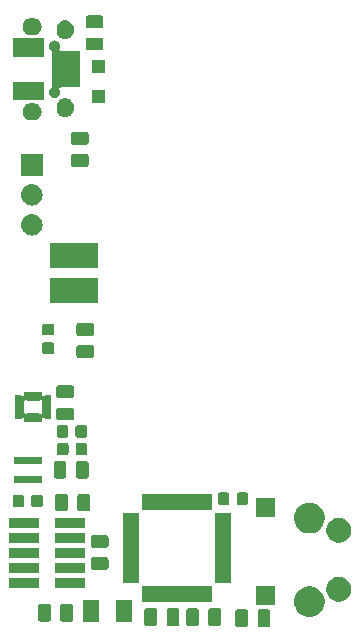
<source format=gbr>
G04 #@! TF.GenerationSoftware,KiCad,Pcbnew,(5.0.1)-rc2*
G04 #@! TF.CreationDate,2019-03-21T01:05:14-07:00*
G04 #@! TF.ProjectId,littlebeepboop,6C6974746C6562656570626F6F702E6B,rev?*
G04 #@! TF.SameCoordinates,Original*
G04 #@! TF.FileFunction,Soldermask,Top*
G04 #@! TF.FilePolarity,Negative*
%FSLAX46Y46*%
G04 Gerber Fmt 4.6, Leading zero omitted, Abs format (unit mm)*
G04 Created by KiCad (PCBNEW (5.0.1)-rc2) date 3/21/2019 1:05:14 AM*
%MOMM*%
%LPD*%
G01*
G04 APERTURE LIST*
%ADD10C,0.100000*%
G04 APERTURE END LIST*
D10*
G36*
X179284966Y-138191565D02*
X179323637Y-138203296D01*
X179359279Y-138222348D01*
X179390517Y-138247983D01*
X179416152Y-138279221D01*
X179435204Y-138314863D01*
X179446935Y-138353534D01*
X179451500Y-138399888D01*
X179451500Y-139476112D01*
X179446935Y-139522466D01*
X179435204Y-139561137D01*
X179416152Y-139596779D01*
X179390517Y-139628017D01*
X179359279Y-139653652D01*
X179323637Y-139672704D01*
X179284966Y-139684435D01*
X179238612Y-139689000D01*
X178587388Y-139689000D01*
X178541034Y-139684435D01*
X178502363Y-139672704D01*
X178466721Y-139653652D01*
X178435483Y-139628017D01*
X178409848Y-139596779D01*
X178390796Y-139561137D01*
X178379065Y-139522466D01*
X178374500Y-139476112D01*
X178374500Y-138399888D01*
X178379065Y-138353534D01*
X178390796Y-138314863D01*
X178409848Y-138279221D01*
X178435483Y-138247983D01*
X178466721Y-138222348D01*
X178502363Y-138203296D01*
X178541034Y-138191565D01*
X178587388Y-138187000D01*
X179238612Y-138187000D01*
X179284966Y-138191565D01*
X179284966Y-138191565D01*
G37*
G36*
X177409966Y-138191565D02*
X177448637Y-138203296D01*
X177484279Y-138222348D01*
X177515517Y-138247983D01*
X177541152Y-138279221D01*
X177560204Y-138314863D01*
X177571935Y-138353534D01*
X177576500Y-138399888D01*
X177576500Y-139476112D01*
X177571935Y-139522466D01*
X177560204Y-139561137D01*
X177541152Y-139596779D01*
X177515517Y-139628017D01*
X177484279Y-139653652D01*
X177448637Y-139672704D01*
X177409966Y-139684435D01*
X177363612Y-139689000D01*
X176712388Y-139689000D01*
X176666034Y-139684435D01*
X176627363Y-139672704D01*
X176591721Y-139653652D01*
X176560483Y-139628017D01*
X176534848Y-139596779D01*
X176515796Y-139561137D01*
X176504065Y-139522466D01*
X176499500Y-139476112D01*
X176499500Y-138399888D01*
X176504065Y-138353534D01*
X176515796Y-138314863D01*
X176534848Y-138279221D01*
X176560483Y-138247983D01*
X176591721Y-138222348D01*
X176627363Y-138203296D01*
X176666034Y-138191565D01*
X176712388Y-138187000D01*
X177363612Y-138187000D01*
X177409966Y-138191565D01*
X177409966Y-138191565D01*
G37*
G36*
X175119466Y-138103565D02*
X175158137Y-138115296D01*
X175193779Y-138134348D01*
X175225017Y-138159983D01*
X175250652Y-138191221D01*
X175269704Y-138226863D01*
X175281435Y-138265534D01*
X175286000Y-138311888D01*
X175286000Y-139388112D01*
X175281435Y-139434466D01*
X175269704Y-139473137D01*
X175250652Y-139508779D01*
X175225017Y-139540017D01*
X175193779Y-139565652D01*
X175158137Y-139584704D01*
X175119466Y-139596435D01*
X175073112Y-139601000D01*
X174421888Y-139601000D01*
X174375534Y-139596435D01*
X174336863Y-139584704D01*
X174301221Y-139565652D01*
X174269983Y-139540017D01*
X174244348Y-139508779D01*
X174225296Y-139473137D01*
X174213565Y-139434466D01*
X174209000Y-139388112D01*
X174209000Y-138311888D01*
X174213565Y-138265534D01*
X174225296Y-138226863D01*
X174244348Y-138191221D01*
X174269983Y-138159983D01*
X174301221Y-138134348D01*
X174336863Y-138115296D01*
X174375534Y-138103565D01*
X174421888Y-138099000D01*
X175073112Y-138099000D01*
X175119466Y-138103565D01*
X175119466Y-138103565D01*
G37*
G36*
X171581966Y-138103565D02*
X171620637Y-138115296D01*
X171656279Y-138134348D01*
X171687517Y-138159983D01*
X171713152Y-138191221D01*
X171732204Y-138226863D01*
X171743935Y-138265534D01*
X171748500Y-138311888D01*
X171748500Y-139388112D01*
X171743935Y-139434466D01*
X171732204Y-139473137D01*
X171713152Y-139508779D01*
X171687517Y-139540017D01*
X171656279Y-139565652D01*
X171620637Y-139584704D01*
X171581966Y-139596435D01*
X171535612Y-139601000D01*
X170884388Y-139601000D01*
X170838034Y-139596435D01*
X170799363Y-139584704D01*
X170763721Y-139565652D01*
X170732483Y-139540017D01*
X170706848Y-139508779D01*
X170687796Y-139473137D01*
X170676065Y-139434466D01*
X170671500Y-139388112D01*
X170671500Y-138311888D01*
X170676065Y-138265534D01*
X170687796Y-138226863D01*
X170706848Y-138191221D01*
X170732483Y-138159983D01*
X170763721Y-138134348D01*
X170799363Y-138115296D01*
X170838034Y-138103565D01*
X170884388Y-138099000D01*
X171535612Y-138099000D01*
X171581966Y-138103565D01*
X171581966Y-138103565D01*
G37*
G36*
X169706966Y-138103565D02*
X169745637Y-138115296D01*
X169781279Y-138134348D01*
X169812517Y-138159983D01*
X169838152Y-138191221D01*
X169857204Y-138226863D01*
X169868935Y-138265534D01*
X169873500Y-138311888D01*
X169873500Y-139388112D01*
X169868935Y-139434466D01*
X169857204Y-139473137D01*
X169838152Y-139508779D01*
X169812517Y-139540017D01*
X169781279Y-139565652D01*
X169745637Y-139584704D01*
X169706966Y-139596435D01*
X169660612Y-139601000D01*
X169009388Y-139601000D01*
X168963034Y-139596435D01*
X168924363Y-139584704D01*
X168888721Y-139565652D01*
X168857483Y-139540017D01*
X168831848Y-139508779D01*
X168812796Y-139473137D01*
X168801065Y-139434466D01*
X168796500Y-139388112D01*
X168796500Y-138311888D01*
X168801065Y-138265534D01*
X168812796Y-138226863D01*
X168831848Y-138191221D01*
X168857483Y-138159983D01*
X168888721Y-138134348D01*
X168924363Y-138115296D01*
X168963034Y-138103565D01*
X169009388Y-138099000D01*
X169660612Y-138099000D01*
X169706966Y-138103565D01*
X169706966Y-138103565D01*
G37*
G36*
X173244466Y-138103565D02*
X173283137Y-138115296D01*
X173318779Y-138134348D01*
X173350017Y-138159983D01*
X173375652Y-138191221D01*
X173394704Y-138226863D01*
X173406435Y-138265534D01*
X173411000Y-138311888D01*
X173411000Y-139388112D01*
X173406435Y-139434466D01*
X173394704Y-139473137D01*
X173375652Y-139508779D01*
X173350017Y-139540017D01*
X173318779Y-139565652D01*
X173283137Y-139584704D01*
X173244466Y-139596435D01*
X173198112Y-139601000D01*
X172546888Y-139601000D01*
X172500534Y-139596435D01*
X172461863Y-139584704D01*
X172426221Y-139565652D01*
X172394983Y-139540017D01*
X172369348Y-139508779D01*
X172350296Y-139473137D01*
X172338565Y-139434466D01*
X172334000Y-139388112D01*
X172334000Y-138311888D01*
X172338565Y-138265534D01*
X172350296Y-138226863D01*
X172369348Y-138191221D01*
X172394983Y-138159983D01*
X172426221Y-138134348D01*
X172461863Y-138115296D01*
X172500534Y-138103565D01*
X172546888Y-138099000D01*
X173198112Y-138099000D01*
X173244466Y-138103565D01*
X173244466Y-138103565D01*
G37*
G36*
X167771000Y-139281000D02*
X166369000Y-139281000D01*
X166369000Y-137379000D01*
X167771000Y-137379000D01*
X167771000Y-139281000D01*
X167771000Y-139281000D01*
G37*
G36*
X164971000Y-139281000D02*
X163569000Y-139281000D01*
X163569000Y-137379000D01*
X164971000Y-137379000D01*
X164971000Y-139281000D01*
X164971000Y-139281000D01*
G37*
G36*
X160711966Y-137733565D02*
X160750637Y-137745296D01*
X160786279Y-137764348D01*
X160817517Y-137789983D01*
X160843152Y-137821221D01*
X160862204Y-137856863D01*
X160873935Y-137895534D01*
X160878500Y-137941888D01*
X160878500Y-139018112D01*
X160873935Y-139064466D01*
X160862204Y-139103137D01*
X160843152Y-139138779D01*
X160817517Y-139170017D01*
X160786279Y-139195652D01*
X160750637Y-139214704D01*
X160711966Y-139226435D01*
X160665612Y-139231000D01*
X160014388Y-139231000D01*
X159968034Y-139226435D01*
X159929363Y-139214704D01*
X159893721Y-139195652D01*
X159862483Y-139170017D01*
X159836848Y-139138779D01*
X159817796Y-139103137D01*
X159806065Y-139064466D01*
X159801500Y-139018112D01*
X159801500Y-137941888D01*
X159806065Y-137895534D01*
X159817796Y-137856863D01*
X159836848Y-137821221D01*
X159862483Y-137789983D01*
X159893721Y-137764348D01*
X159929363Y-137745296D01*
X159968034Y-137733565D01*
X160014388Y-137729000D01*
X160665612Y-137729000D01*
X160711966Y-137733565D01*
X160711966Y-137733565D01*
G37*
G36*
X162586966Y-137733565D02*
X162625637Y-137745296D01*
X162661279Y-137764348D01*
X162692517Y-137789983D01*
X162718152Y-137821221D01*
X162737204Y-137856863D01*
X162748935Y-137895534D01*
X162753500Y-137941888D01*
X162753500Y-139018112D01*
X162748935Y-139064466D01*
X162737204Y-139103137D01*
X162718152Y-139138779D01*
X162692517Y-139170017D01*
X162661279Y-139195652D01*
X162625637Y-139214704D01*
X162586966Y-139226435D01*
X162540612Y-139231000D01*
X161889388Y-139231000D01*
X161843034Y-139226435D01*
X161804363Y-139214704D01*
X161768721Y-139195652D01*
X161737483Y-139170017D01*
X161711848Y-139138779D01*
X161692796Y-139103137D01*
X161681065Y-139064466D01*
X161676500Y-139018112D01*
X161676500Y-137941888D01*
X161681065Y-137895534D01*
X161692796Y-137856863D01*
X161711848Y-137821221D01*
X161737483Y-137789983D01*
X161768721Y-137764348D01*
X161804363Y-137745296D01*
X161843034Y-137733565D01*
X161889388Y-137729000D01*
X162540612Y-137729000D01*
X162586966Y-137733565D01*
X162586966Y-137733565D01*
G37*
G36*
X183139485Y-136278996D02*
X183139487Y-136278997D01*
X183139488Y-136278997D01*
X183376255Y-136377069D01*
X183589342Y-136519449D01*
X183770551Y-136700658D01*
X183912931Y-136913745D01*
X184011004Y-137150515D01*
X184061000Y-137401861D01*
X184061000Y-137658139D01*
X184028561Y-137821221D01*
X184011003Y-137909488D01*
X183925755Y-138115296D01*
X183912931Y-138146255D01*
X183770551Y-138359342D01*
X183589342Y-138540551D01*
X183589339Y-138540553D01*
X183376255Y-138682931D01*
X183139488Y-138781003D01*
X183139487Y-138781003D01*
X183139485Y-138781004D01*
X182888139Y-138831000D01*
X182631861Y-138831000D01*
X182380515Y-138781004D01*
X182380513Y-138781003D01*
X182380512Y-138781003D01*
X182143745Y-138682931D01*
X181930661Y-138540553D01*
X181930658Y-138540551D01*
X181749449Y-138359342D01*
X181607069Y-138146255D01*
X181594245Y-138115296D01*
X181508997Y-137909488D01*
X181491440Y-137821221D01*
X181459000Y-137658139D01*
X181459000Y-137401861D01*
X181508996Y-137150515D01*
X181607069Y-136913745D01*
X181749449Y-136700658D01*
X181930658Y-136519449D01*
X182143745Y-136377069D01*
X182380512Y-136278997D01*
X182380513Y-136278997D01*
X182380515Y-136278996D01*
X182631861Y-136229000D01*
X182888139Y-136229000D01*
X183139485Y-136278996D01*
X183139485Y-136278996D01*
G37*
G36*
X179847000Y-137803000D02*
X178245000Y-137803000D01*
X178245000Y-136201000D01*
X179847000Y-136201000D01*
X179847000Y-137803000D01*
X179847000Y-137803000D01*
G37*
G36*
X185566565Y-135479389D02*
X185757834Y-135558615D01*
X185929976Y-135673637D01*
X186076363Y-135820024D01*
X186191385Y-135992166D01*
X186270611Y-136183435D01*
X186311000Y-136386484D01*
X186311000Y-136593516D01*
X186270611Y-136796565D01*
X186191385Y-136987834D01*
X186076363Y-137159976D01*
X185929976Y-137306363D01*
X185757834Y-137421385D01*
X185566565Y-137500611D01*
X185363516Y-137541000D01*
X185156484Y-137541000D01*
X184953435Y-137500611D01*
X184762166Y-137421385D01*
X184590024Y-137306363D01*
X184443637Y-137159976D01*
X184328615Y-136987834D01*
X184249389Y-136796565D01*
X184209000Y-136593516D01*
X184209000Y-136386484D01*
X184249389Y-136183435D01*
X184328615Y-135992166D01*
X184443637Y-135820024D01*
X184590024Y-135673637D01*
X184762166Y-135558615D01*
X184953435Y-135479389D01*
X185156484Y-135439000D01*
X185363516Y-135439000D01*
X185566565Y-135479389D01*
X185566565Y-135479389D01*
G37*
G36*
X174516000Y-137531000D02*
X168564000Y-137531000D01*
X168564000Y-136179000D01*
X174516000Y-136179000D01*
X174516000Y-137531000D01*
X174516000Y-137531000D01*
G37*
G36*
X163751000Y-136391000D02*
X161249000Y-136391000D01*
X161249000Y-135549000D01*
X163751000Y-135549000D01*
X163751000Y-136391000D01*
X163751000Y-136391000D01*
G37*
G36*
X159851000Y-136391000D02*
X157349000Y-136391000D01*
X157349000Y-135549000D01*
X159851000Y-135549000D01*
X159851000Y-136391000D01*
X159851000Y-136391000D01*
G37*
G36*
X176091000Y-135956000D02*
X174739000Y-135956000D01*
X174739000Y-130004000D01*
X176091000Y-130004000D01*
X176091000Y-135956000D01*
X176091000Y-135956000D01*
G37*
G36*
X168341000Y-135956000D02*
X166989000Y-135956000D01*
X166989000Y-130004000D01*
X168341000Y-130004000D01*
X168341000Y-135956000D01*
X168341000Y-135956000D01*
G37*
G36*
X159851000Y-135121000D02*
X157349000Y-135121000D01*
X157349000Y-134279000D01*
X159851000Y-134279000D01*
X159851000Y-135121000D01*
X159851000Y-135121000D01*
G37*
G36*
X163751000Y-135121000D02*
X161249000Y-135121000D01*
X161249000Y-134279000D01*
X163751000Y-134279000D01*
X163751000Y-135121000D01*
X163751000Y-135121000D01*
G37*
G36*
X165594466Y-133776065D02*
X165633137Y-133787796D01*
X165668779Y-133806848D01*
X165700017Y-133832483D01*
X165725652Y-133863721D01*
X165744704Y-133899363D01*
X165756435Y-133938034D01*
X165761000Y-133984388D01*
X165761000Y-134635612D01*
X165756435Y-134681966D01*
X165744704Y-134720637D01*
X165725652Y-134756279D01*
X165700017Y-134787517D01*
X165668779Y-134813152D01*
X165633137Y-134832204D01*
X165594466Y-134843935D01*
X165548112Y-134848500D01*
X164471888Y-134848500D01*
X164425534Y-134843935D01*
X164386863Y-134832204D01*
X164351221Y-134813152D01*
X164319983Y-134787517D01*
X164294348Y-134756279D01*
X164275296Y-134720637D01*
X164263565Y-134681966D01*
X164259000Y-134635612D01*
X164259000Y-133984388D01*
X164263565Y-133938034D01*
X164275296Y-133899363D01*
X164294348Y-133863721D01*
X164319983Y-133832483D01*
X164351221Y-133806848D01*
X164386863Y-133787796D01*
X164425534Y-133776065D01*
X164471888Y-133771500D01*
X165548112Y-133771500D01*
X165594466Y-133776065D01*
X165594466Y-133776065D01*
G37*
G36*
X159851000Y-133851000D02*
X157349000Y-133851000D01*
X157349000Y-133009000D01*
X159851000Y-133009000D01*
X159851000Y-133851000D01*
X159851000Y-133851000D01*
G37*
G36*
X163751000Y-133851000D02*
X161249000Y-133851000D01*
X161249000Y-133009000D01*
X163751000Y-133009000D01*
X163751000Y-133851000D01*
X163751000Y-133851000D01*
G37*
G36*
X165594466Y-131901065D02*
X165633137Y-131912796D01*
X165668779Y-131931848D01*
X165700017Y-131957483D01*
X165725652Y-131988721D01*
X165744704Y-132024363D01*
X165756435Y-132063034D01*
X165761000Y-132109388D01*
X165761000Y-132760612D01*
X165756435Y-132806966D01*
X165744704Y-132845637D01*
X165725652Y-132881279D01*
X165700017Y-132912517D01*
X165668779Y-132938152D01*
X165633137Y-132957204D01*
X165594466Y-132968935D01*
X165548112Y-132973500D01*
X164471888Y-132973500D01*
X164425534Y-132968935D01*
X164386863Y-132957204D01*
X164351221Y-132938152D01*
X164319983Y-132912517D01*
X164294348Y-132881279D01*
X164275296Y-132845637D01*
X164263565Y-132806966D01*
X164259000Y-132760612D01*
X164259000Y-132109388D01*
X164263565Y-132063034D01*
X164275296Y-132024363D01*
X164294348Y-131988721D01*
X164319983Y-131957483D01*
X164351221Y-131931848D01*
X164386863Y-131912796D01*
X164425534Y-131901065D01*
X164471888Y-131896500D01*
X165548112Y-131896500D01*
X165594466Y-131901065D01*
X165594466Y-131901065D01*
G37*
G36*
X163751000Y-132581000D02*
X161249000Y-132581000D01*
X161249000Y-131739000D01*
X163751000Y-131739000D01*
X163751000Y-132581000D01*
X163751000Y-132581000D01*
G37*
G36*
X159851000Y-132581000D02*
X157349000Y-132581000D01*
X157349000Y-131739000D01*
X159851000Y-131739000D01*
X159851000Y-132581000D01*
X159851000Y-132581000D01*
G37*
G36*
X185566565Y-130479389D02*
X185757834Y-130558615D01*
X185929976Y-130673637D01*
X186076363Y-130820024D01*
X186191385Y-130992166D01*
X186270611Y-131183435D01*
X186311000Y-131386484D01*
X186311000Y-131593516D01*
X186270611Y-131796565D01*
X186191385Y-131987834D01*
X186076363Y-132159976D01*
X185929976Y-132306363D01*
X185757834Y-132421385D01*
X185566565Y-132500611D01*
X185363516Y-132541000D01*
X185156484Y-132541000D01*
X184953435Y-132500611D01*
X184762166Y-132421385D01*
X184590024Y-132306363D01*
X184443637Y-132159976D01*
X184328615Y-131987834D01*
X184249389Y-131796565D01*
X184209000Y-131593516D01*
X184209000Y-131386484D01*
X184249389Y-131183435D01*
X184328615Y-130992166D01*
X184443637Y-130820024D01*
X184590024Y-130673637D01*
X184762166Y-130558615D01*
X184953435Y-130479389D01*
X185156484Y-130439000D01*
X185363516Y-130439000D01*
X185566565Y-130479389D01*
X185566565Y-130479389D01*
G37*
G36*
X183139485Y-129198996D02*
X183139487Y-129198997D01*
X183139488Y-129198997D01*
X183222952Y-129233569D01*
X183376255Y-129297069D01*
X183589342Y-129439449D01*
X183770551Y-129620658D01*
X183912931Y-129833745D01*
X184011004Y-130070515D01*
X184061000Y-130321861D01*
X184061000Y-130578139D01*
X184011004Y-130829485D01*
X183912931Y-131066255D01*
X183770551Y-131279342D01*
X183589342Y-131460551D01*
X183589339Y-131460553D01*
X183376255Y-131602931D01*
X183139488Y-131701003D01*
X183139487Y-131701003D01*
X183139485Y-131701004D01*
X182888139Y-131751000D01*
X182631861Y-131751000D01*
X182380515Y-131701004D01*
X182380513Y-131701003D01*
X182380512Y-131701003D01*
X182143745Y-131602931D01*
X181930661Y-131460553D01*
X181930658Y-131460551D01*
X181749449Y-131279342D01*
X181607069Y-131066255D01*
X181508996Y-130829485D01*
X181459000Y-130578139D01*
X181459000Y-130321861D01*
X181508996Y-130070515D01*
X181607069Y-129833745D01*
X181749449Y-129620658D01*
X181930658Y-129439449D01*
X182143745Y-129297069D01*
X182297048Y-129233569D01*
X182380512Y-129198997D01*
X182380513Y-129198997D01*
X182380515Y-129198996D01*
X182631861Y-129149000D01*
X182888139Y-129149000D01*
X183139485Y-129198996D01*
X183139485Y-129198996D01*
G37*
G36*
X159851000Y-131311000D02*
X157349000Y-131311000D01*
X157349000Y-130469000D01*
X159851000Y-130469000D01*
X159851000Y-131311000D01*
X159851000Y-131311000D01*
G37*
G36*
X163751000Y-131311000D02*
X161249000Y-131311000D01*
X161249000Y-130469000D01*
X163751000Y-130469000D01*
X163751000Y-131311000D01*
X163751000Y-131311000D01*
G37*
G36*
X179847000Y-130403000D02*
X178245000Y-130403000D01*
X178245000Y-128801000D01*
X179847000Y-128801000D01*
X179847000Y-130403000D01*
X179847000Y-130403000D01*
G37*
G36*
X162154466Y-128403565D02*
X162193137Y-128415296D01*
X162228779Y-128434348D01*
X162260017Y-128459983D01*
X162285652Y-128491221D01*
X162304704Y-128526863D01*
X162316435Y-128565534D01*
X162321000Y-128611888D01*
X162321000Y-129688112D01*
X162316435Y-129734466D01*
X162304704Y-129773137D01*
X162285652Y-129808779D01*
X162260017Y-129840017D01*
X162228779Y-129865652D01*
X162193137Y-129884704D01*
X162154466Y-129896435D01*
X162108112Y-129901000D01*
X161456888Y-129901000D01*
X161410534Y-129896435D01*
X161371863Y-129884704D01*
X161336221Y-129865652D01*
X161304983Y-129840017D01*
X161279348Y-129808779D01*
X161260296Y-129773137D01*
X161248565Y-129734466D01*
X161244000Y-129688112D01*
X161244000Y-128611888D01*
X161248565Y-128565534D01*
X161260296Y-128526863D01*
X161279348Y-128491221D01*
X161304983Y-128459983D01*
X161336221Y-128434348D01*
X161371863Y-128415296D01*
X161410534Y-128403565D01*
X161456888Y-128399000D01*
X162108112Y-128399000D01*
X162154466Y-128403565D01*
X162154466Y-128403565D01*
G37*
G36*
X164029466Y-128403565D02*
X164068137Y-128415296D01*
X164103779Y-128434348D01*
X164135017Y-128459983D01*
X164160652Y-128491221D01*
X164179704Y-128526863D01*
X164191435Y-128565534D01*
X164196000Y-128611888D01*
X164196000Y-129688112D01*
X164191435Y-129734466D01*
X164179704Y-129773137D01*
X164160652Y-129808779D01*
X164135017Y-129840017D01*
X164103779Y-129865652D01*
X164068137Y-129884704D01*
X164029466Y-129896435D01*
X163983112Y-129901000D01*
X163331888Y-129901000D01*
X163285534Y-129896435D01*
X163246863Y-129884704D01*
X163211221Y-129865652D01*
X163179983Y-129840017D01*
X163154348Y-129808779D01*
X163135296Y-129773137D01*
X163123565Y-129734466D01*
X163119000Y-129688112D01*
X163119000Y-128611888D01*
X163123565Y-128565534D01*
X163135296Y-128526863D01*
X163154348Y-128491221D01*
X163179983Y-128459983D01*
X163211221Y-128434348D01*
X163246863Y-128415296D01*
X163285534Y-128403565D01*
X163331888Y-128399000D01*
X163983112Y-128399000D01*
X164029466Y-128403565D01*
X164029466Y-128403565D01*
G37*
G36*
X174516000Y-129781000D02*
X168564000Y-129781000D01*
X168564000Y-128429000D01*
X174516000Y-128429000D01*
X174516000Y-129781000D01*
X174516000Y-129781000D01*
G37*
G36*
X158467091Y-128498085D02*
X158501069Y-128508393D01*
X158532387Y-128525133D01*
X158559839Y-128547661D01*
X158582367Y-128575113D01*
X158599107Y-128606431D01*
X158609415Y-128640409D01*
X158613500Y-128681890D01*
X158613500Y-129358110D01*
X158609415Y-129399591D01*
X158599107Y-129433569D01*
X158582367Y-129464887D01*
X158559839Y-129492339D01*
X158532387Y-129514867D01*
X158501069Y-129531607D01*
X158467091Y-129541915D01*
X158425610Y-129546000D01*
X157824390Y-129546000D01*
X157782909Y-129541915D01*
X157748931Y-129531607D01*
X157717613Y-129514867D01*
X157690161Y-129492339D01*
X157667633Y-129464887D01*
X157650893Y-129433569D01*
X157640585Y-129399591D01*
X157636500Y-129358110D01*
X157636500Y-128681890D01*
X157640585Y-128640409D01*
X157650893Y-128606431D01*
X157667633Y-128575113D01*
X157690161Y-128547661D01*
X157717613Y-128525133D01*
X157748931Y-128508393D01*
X157782909Y-128498085D01*
X157824390Y-128494000D01*
X158425610Y-128494000D01*
X158467091Y-128498085D01*
X158467091Y-128498085D01*
G37*
G36*
X160042091Y-128498085D02*
X160076069Y-128508393D01*
X160107387Y-128525133D01*
X160134839Y-128547661D01*
X160157367Y-128575113D01*
X160174107Y-128606431D01*
X160184415Y-128640409D01*
X160188500Y-128681890D01*
X160188500Y-129358110D01*
X160184415Y-129399591D01*
X160174107Y-129433569D01*
X160157367Y-129464887D01*
X160134839Y-129492339D01*
X160107387Y-129514867D01*
X160076069Y-129531607D01*
X160042091Y-129541915D01*
X160000610Y-129546000D01*
X159399390Y-129546000D01*
X159357909Y-129541915D01*
X159323931Y-129531607D01*
X159292613Y-129514867D01*
X159265161Y-129492339D01*
X159242633Y-129464887D01*
X159225893Y-129433569D01*
X159215585Y-129399591D01*
X159211500Y-129358110D01*
X159211500Y-128681890D01*
X159215585Y-128640409D01*
X159225893Y-128606431D01*
X159242633Y-128575113D01*
X159265161Y-128547661D01*
X159292613Y-128525133D01*
X159323931Y-128508393D01*
X159357909Y-128498085D01*
X159399390Y-128494000D01*
X160000610Y-128494000D01*
X160042091Y-128498085D01*
X160042091Y-128498085D01*
G37*
G36*
X177427091Y-128298085D02*
X177461069Y-128308393D01*
X177492387Y-128325133D01*
X177519839Y-128347661D01*
X177542367Y-128375113D01*
X177559107Y-128406431D01*
X177569415Y-128440409D01*
X177573500Y-128481890D01*
X177573500Y-129158110D01*
X177569415Y-129199591D01*
X177559107Y-129233569D01*
X177542367Y-129264887D01*
X177519839Y-129292339D01*
X177492387Y-129314867D01*
X177461069Y-129331607D01*
X177427091Y-129341915D01*
X177385610Y-129346000D01*
X176784390Y-129346000D01*
X176742909Y-129341915D01*
X176708931Y-129331607D01*
X176677613Y-129314867D01*
X176650161Y-129292339D01*
X176627633Y-129264887D01*
X176610893Y-129233569D01*
X176600585Y-129199591D01*
X176596500Y-129158110D01*
X176596500Y-128481890D01*
X176600585Y-128440409D01*
X176610893Y-128406431D01*
X176627633Y-128375113D01*
X176650161Y-128347661D01*
X176677613Y-128325133D01*
X176708931Y-128308393D01*
X176742909Y-128298085D01*
X176784390Y-128294000D01*
X177385610Y-128294000D01*
X177427091Y-128298085D01*
X177427091Y-128298085D01*
G37*
G36*
X175852091Y-128298085D02*
X175886069Y-128308393D01*
X175917387Y-128325133D01*
X175944839Y-128347661D01*
X175967367Y-128375113D01*
X175984107Y-128406431D01*
X175994415Y-128440409D01*
X175998500Y-128481890D01*
X175998500Y-129158110D01*
X175994415Y-129199591D01*
X175984107Y-129233569D01*
X175967367Y-129264887D01*
X175944839Y-129292339D01*
X175917387Y-129314867D01*
X175886069Y-129331607D01*
X175852091Y-129341915D01*
X175810610Y-129346000D01*
X175209390Y-129346000D01*
X175167909Y-129341915D01*
X175133931Y-129331607D01*
X175102613Y-129314867D01*
X175075161Y-129292339D01*
X175052633Y-129264887D01*
X175035893Y-129233569D01*
X175025585Y-129199591D01*
X175021500Y-129158110D01*
X175021500Y-128481890D01*
X175025585Y-128440409D01*
X175035893Y-128406431D01*
X175052633Y-128375113D01*
X175075161Y-128347661D01*
X175102613Y-128325133D01*
X175133931Y-128308393D01*
X175167909Y-128298085D01*
X175209390Y-128294000D01*
X175810610Y-128294000D01*
X175852091Y-128298085D01*
X175852091Y-128298085D01*
G37*
G36*
X160151000Y-127491000D02*
X157749000Y-127491000D01*
X157749000Y-126889000D01*
X160151000Y-126889000D01*
X160151000Y-127491000D01*
X160151000Y-127491000D01*
G37*
G36*
X163901966Y-125613565D02*
X163940637Y-125625296D01*
X163976279Y-125644348D01*
X164007517Y-125669983D01*
X164033152Y-125701221D01*
X164052204Y-125736863D01*
X164063935Y-125775534D01*
X164068500Y-125821888D01*
X164068500Y-126898112D01*
X164063935Y-126944466D01*
X164052204Y-126983137D01*
X164033152Y-127018779D01*
X164007517Y-127050017D01*
X163976279Y-127075652D01*
X163940637Y-127094704D01*
X163901966Y-127106435D01*
X163855612Y-127111000D01*
X163204388Y-127111000D01*
X163158034Y-127106435D01*
X163119363Y-127094704D01*
X163083721Y-127075652D01*
X163052483Y-127050017D01*
X163026848Y-127018779D01*
X163007796Y-126983137D01*
X162996065Y-126944466D01*
X162991500Y-126898112D01*
X162991500Y-125821888D01*
X162996065Y-125775534D01*
X163007796Y-125736863D01*
X163026848Y-125701221D01*
X163052483Y-125669983D01*
X163083721Y-125644348D01*
X163119363Y-125625296D01*
X163158034Y-125613565D01*
X163204388Y-125609000D01*
X163855612Y-125609000D01*
X163901966Y-125613565D01*
X163901966Y-125613565D01*
G37*
G36*
X162026966Y-125613565D02*
X162065637Y-125625296D01*
X162101279Y-125644348D01*
X162132517Y-125669983D01*
X162158152Y-125701221D01*
X162177204Y-125736863D01*
X162188935Y-125775534D01*
X162193500Y-125821888D01*
X162193500Y-126898112D01*
X162188935Y-126944466D01*
X162177204Y-126983137D01*
X162158152Y-127018779D01*
X162132517Y-127050017D01*
X162101279Y-127075652D01*
X162065637Y-127094704D01*
X162026966Y-127106435D01*
X161980612Y-127111000D01*
X161329388Y-127111000D01*
X161283034Y-127106435D01*
X161244363Y-127094704D01*
X161208721Y-127075652D01*
X161177483Y-127050017D01*
X161151848Y-127018779D01*
X161132796Y-126983137D01*
X161121065Y-126944466D01*
X161116500Y-126898112D01*
X161116500Y-125821888D01*
X161121065Y-125775534D01*
X161132796Y-125736863D01*
X161151848Y-125701221D01*
X161177483Y-125669983D01*
X161208721Y-125644348D01*
X161244363Y-125625296D01*
X161283034Y-125613565D01*
X161329388Y-125609000D01*
X161980612Y-125609000D01*
X162026966Y-125613565D01*
X162026966Y-125613565D01*
G37*
G36*
X160151000Y-125891000D02*
X157749000Y-125891000D01*
X157749000Y-125289000D01*
X160151000Y-125289000D01*
X160151000Y-125891000D01*
X160151000Y-125891000D01*
G37*
G36*
X163802091Y-124088085D02*
X163836069Y-124098393D01*
X163867387Y-124115133D01*
X163894839Y-124137661D01*
X163917367Y-124165113D01*
X163934107Y-124196431D01*
X163944415Y-124230409D01*
X163948500Y-124271890D01*
X163948500Y-124948110D01*
X163944415Y-124989591D01*
X163934107Y-125023569D01*
X163917367Y-125054887D01*
X163894839Y-125082339D01*
X163867387Y-125104867D01*
X163836069Y-125121607D01*
X163802091Y-125131915D01*
X163760610Y-125136000D01*
X163159390Y-125136000D01*
X163117909Y-125131915D01*
X163083931Y-125121607D01*
X163052613Y-125104867D01*
X163025161Y-125082339D01*
X163002633Y-125054887D01*
X162985893Y-125023569D01*
X162975585Y-124989591D01*
X162971500Y-124948110D01*
X162971500Y-124271890D01*
X162975585Y-124230409D01*
X162985893Y-124196431D01*
X163002633Y-124165113D01*
X163025161Y-124137661D01*
X163052613Y-124115133D01*
X163083931Y-124098393D01*
X163117909Y-124088085D01*
X163159390Y-124084000D01*
X163760610Y-124084000D01*
X163802091Y-124088085D01*
X163802091Y-124088085D01*
G37*
G36*
X162227091Y-124088085D02*
X162261069Y-124098393D01*
X162292387Y-124115133D01*
X162319839Y-124137661D01*
X162342367Y-124165113D01*
X162359107Y-124196431D01*
X162369415Y-124230409D01*
X162373500Y-124271890D01*
X162373500Y-124948110D01*
X162369415Y-124989591D01*
X162359107Y-125023569D01*
X162342367Y-125054887D01*
X162319839Y-125082339D01*
X162292387Y-125104867D01*
X162261069Y-125121607D01*
X162227091Y-125131915D01*
X162185610Y-125136000D01*
X161584390Y-125136000D01*
X161542909Y-125131915D01*
X161508931Y-125121607D01*
X161477613Y-125104867D01*
X161450161Y-125082339D01*
X161427633Y-125054887D01*
X161410893Y-125023569D01*
X161400585Y-124989591D01*
X161396500Y-124948110D01*
X161396500Y-124271890D01*
X161400585Y-124230409D01*
X161410893Y-124196431D01*
X161427633Y-124165113D01*
X161450161Y-124137661D01*
X161477613Y-124115133D01*
X161508931Y-124098393D01*
X161542909Y-124088085D01*
X161584390Y-124084000D01*
X162185610Y-124084000D01*
X162227091Y-124088085D01*
X162227091Y-124088085D01*
G37*
G36*
X163792091Y-122598085D02*
X163826069Y-122608393D01*
X163857387Y-122625133D01*
X163884839Y-122647661D01*
X163907367Y-122675113D01*
X163924107Y-122706431D01*
X163934415Y-122740409D01*
X163938500Y-122781890D01*
X163938500Y-123458110D01*
X163934415Y-123499591D01*
X163924107Y-123533569D01*
X163907367Y-123564887D01*
X163884839Y-123592339D01*
X163857387Y-123614867D01*
X163826069Y-123631607D01*
X163792091Y-123641915D01*
X163750610Y-123646000D01*
X163149390Y-123646000D01*
X163107909Y-123641915D01*
X163073931Y-123631607D01*
X163042613Y-123614867D01*
X163015161Y-123592339D01*
X162992633Y-123564887D01*
X162975893Y-123533569D01*
X162965585Y-123499591D01*
X162961500Y-123458110D01*
X162961500Y-122781890D01*
X162965585Y-122740409D01*
X162975893Y-122706431D01*
X162992633Y-122675113D01*
X163015161Y-122647661D01*
X163042613Y-122625133D01*
X163073931Y-122608393D01*
X163107909Y-122598085D01*
X163149390Y-122594000D01*
X163750610Y-122594000D01*
X163792091Y-122598085D01*
X163792091Y-122598085D01*
G37*
G36*
X162217091Y-122598085D02*
X162251069Y-122608393D01*
X162282387Y-122625133D01*
X162309839Y-122647661D01*
X162332367Y-122675113D01*
X162349107Y-122706431D01*
X162359415Y-122740409D01*
X162363500Y-122781890D01*
X162363500Y-123458110D01*
X162359415Y-123499591D01*
X162349107Y-123533569D01*
X162332367Y-123564887D01*
X162309839Y-123592339D01*
X162282387Y-123614867D01*
X162251069Y-123631607D01*
X162217091Y-123641915D01*
X162175610Y-123646000D01*
X161574390Y-123646000D01*
X161532909Y-123641915D01*
X161498931Y-123631607D01*
X161467613Y-123614867D01*
X161440161Y-123592339D01*
X161417633Y-123564887D01*
X161400893Y-123533569D01*
X161390585Y-123499591D01*
X161386500Y-123458110D01*
X161386500Y-122781890D01*
X161390585Y-122740409D01*
X161400893Y-122706431D01*
X161417633Y-122675113D01*
X161440161Y-122647661D01*
X161467613Y-122625133D01*
X161498931Y-122608393D01*
X161532909Y-122598085D01*
X161574390Y-122594000D01*
X162175610Y-122594000D01*
X162217091Y-122598085D01*
X162217091Y-122598085D01*
G37*
G36*
X159086400Y-119773398D02*
X159098651Y-119774000D01*
X159681349Y-119774000D01*
X159693600Y-119773398D01*
X159696138Y-119773148D01*
X160083860Y-119773148D01*
X160099999Y-119774737D01*
X160109611Y-119777653D01*
X160118469Y-119782388D01*
X160126237Y-119788763D01*
X160132612Y-119796531D01*
X160137347Y-119805389D01*
X160140263Y-119815001D01*
X160141852Y-119831140D01*
X160141852Y-120023042D01*
X160144254Y-120047428D01*
X160151367Y-120070877D01*
X160162918Y-120092488D01*
X160178464Y-120111430D01*
X160197406Y-120126976D01*
X160219017Y-120138527D01*
X160242466Y-120145640D01*
X160266852Y-120148042D01*
X160291238Y-120145640D01*
X160314687Y-120138527D01*
X160336298Y-120126976D01*
X160355240Y-120111430D01*
X160398989Y-120067681D01*
X160411531Y-120057388D01*
X160420389Y-120052653D01*
X160430001Y-120049737D01*
X160446140Y-120048148D01*
X160858860Y-120048148D01*
X160874999Y-120049737D01*
X160884611Y-120052653D01*
X160893469Y-120057388D01*
X160901237Y-120063763D01*
X160907612Y-120071531D01*
X160912347Y-120080389D01*
X160915263Y-120090001D01*
X160916852Y-120106140D01*
X160916852Y-120493862D01*
X160916602Y-120496400D01*
X160916000Y-120508651D01*
X160916000Y-121591349D01*
X160916602Y-121603600D01*
X160916852Y-121606138D01*
X160916852Y-121993860D01*
X160915263Y-122009999D01*
X160912347Y-122019611D01*
X160907612Y-122028469D01*
X160901237Y-122036237D01*
X160893469Y-122042612D01*
X160884611Y-122047347D01*
X160874999Y-122050263D01*
X160858860Y-122051852D01*
X160446140Y-122051852D01*
X160430001Y-122050263D01*
X160420389Y-122047347D01*
X160411531Y-122042612D01*
X160398989Y-122032319D01*
X160355240Y-121988570D01*
X160336298Y-121973024D01*
X160314687Y-121961473D01*
X160291238Y-121954360D01*
X160266852Y-121951958D01*
X160242466Y-121954360D01*
X160219017Y-121961473D01*
X160197406Y-121973024D01*
X160178464Y-121988570D01*
X160162918Y-122007512D01*
X160151367Y-122029123D01*
X160144254Y-122052572D01*
X160141852Y-122076958D01*
X160141852Y-122268860D01*
X160140263Y-122284999D01*
X160137347Y-122294611D01*
X160132612Y-122303469D01*
X160126237Y-122311237D01*
X160118469Y-122317612D01*
X160109611Y-122322347D01*
X160099999Y-122325263D01*
X160083860Y-122326852D01*
X159696138Y-122326852D01*
X159693600Y-122326602D01*
X159681349Y-122326000D01*
X159098651Y-122326000D01*
X159086400Y-122326602D01*
X159083862Y-122326852D01*
X158696140Y-122326852D01*
X158680001Y-122325263D01*
X158670389Y-122322347D01*
X158661531Y-122317612D01*
X158653763Y-122311237D01*
X158647388Y-122303469D01*
X158642653Y-122294611D01*
X158639737Y-122284999D01*
X158638148Y-122268860D01*
X158638148Y-122076958D01*
X158635746Y-122052572D01*
X158628633Y-122029123D01*
X158617082Y-122007512D01*
X158601536Y-121988570D01*
X158582594Y-121973024D01*
X158560983Y-121961473D01*
X158537534Y-121954360D01*
X158513148Y-121951958D01*
X158488762Y-121954360D01*
X158465313Y-121961473D01*
X158443702Y-121973024D01*
X158424760Y-121988570D01*
X158381011Y-122032319D01*
X158368469Y-122042612D01*
X158359611Y-122047347D01*
X158349999Y-122050263D01*
X158333860Y-122051852D01*
X157921140Y-122051852D01*
X157905001Y-122050263D01*
X157895389Y-122047347D01*
X157886531Y-122042612D01*
X157878763Y-122036237D01*
X157872388Y-122028469D01*
X157867653Y-122019611D01*
X157864737Y-122009999D01*
X157863148Y-121993860D01*
X157863148Y-121606138D01*
X157863398Y-121603600D01*
X157864000Y-121591349D01*
X157864000Y-120576106D01*
X158641000Y-120576106D01*
X158641000Y-121523894D01*
X158643402Y-121548280D01*
X158650515Y-121571729D01*
X158662066Y-121593340D01*
X158677612Y-121612282D01*
X158696554Y-121627828D01*
X158718165Y-121639379D01*
X158741614Y-121646492D01*
X158766000Y-121648894D01*
X158790386Y-121646492D01*
X158813835Y-121639379D01*
X158835446Y-121627828D01*
X158854388Y-121612282D01*
X158898989Y-121567681D01*
X158911531Y-121557388D01*
X158920389Y-121552653D01*
X158930001Y-121549737D01*
X158946140Y-121548148D01*
X159083862Y-121548148D01*
X159086400Y-121548398D01*
X159098651Y-121549000D01*
X159681349Y-121549000D01*
X159693600Y-121548398D01*
X159696138Y-121548148D01*
X159833860Y-121548148D01*
X159849999Y-121549737D01*
X159859611Y-121552653D01*
X159868469Y-121557388D01*
X159881011Y-121567681D01*
X159925612Y-121612282D01*
X159944554Y-121627828D01*
X159966165Y-121639379D01*
X159989614Y-121646492D01*
X160014000Y-121648894D01*
X160038386Y-121646492D01*
X160061835Y-121639379D01*
X160083446Y-121627828D01*
X160102388Y-121612282D01*
X160117934Y-121593340D01*
X160129485Y-121571729D01*
X160136598Y-121548280D01*
X160139000Y-121523894D01*
X160139000Y-120576106D01*
X160136598Y-120551720D01*
X160129485Y-120528271D01*
X160117934Y-120506660D01*
X160102388Y-120487718D01*
X160083446Y-120472172D01*
X160061835Y-120460621D01*
X160038386Y-120453508D01*
X160014000Y-120451106D01*
X159989614Y-120453508D01*
X159966165Y-120460621D01*
X159944554Y-120472172D01*
X159925612Y-120487718D01*
X159881011Y-120532319D01*
X159868469Y-120542612D01*
X159859611Y-120547347D01*
X159849999Y-120550263D01*
X159833860Y-120551852D01*
X159696138Y-120551852D01*
X159693600Y-120551602D01*
X159681349Y-120551000D01*
X159098651Y-120551000D01*
X159086400Y-120551602D01*
X159083862Y-120551852D01*
X158946140Y-120551852D01*
X158930001Y-120550263D01*
X158920389Y-120547347D01*
X158911531Y-120542612D01*
X158898989Y-120532319D01*
X158854388Y-120487718D01*
X158835446Y-120472172D01*
X158813835Y-120460621D01*
X158790386Y-120453508D01*
X158766000Y-120451106D01*
X158741614Y-120453508D01*
X158718165Y-120460621D01*
X158696554Y-120472172D01*
X158677612Y-120487718D01*
X158662066Y-120506660D01*
X158650515Y-120528271D01*
X158643402Y-120551720D01*
X158641000Y-120576106D01*
X157864000Y-120576106D01*
X157864000Y-120508651D01*
X157863398Y-120496400D01*
X157863148Y-120493862D01*
X157863148Y-120106140D01*
X157864737Y-120090001D01*
X157867653Y-120080389D01*
X157872388Y-120071531D01*
X157878763Y-120063763D01*
X157886531Y-120057388D01*
X157895389Y-120052653D01*
X157905001Y-120049737D01*
X157921140Y-120048148D01*
X158333860Y-120048148D01*
X158349999Y-120049737D01*
X158359611Y-120052653D01*
X158368469Y-120057388D01*
X158381011Y-120067681D01*
X158424760Y-120111430D01*
X158443702Y-120126976D01*
X158465313Y-120138527D01*
X158488762Y-120145640D01*
X158513148Y-120148042D01*
X158537534Y-120145640D01*
X158560983Y-120138527D01*
X158582594Y-120126976D01*
X158601536Y-120111430D01*
X158617082Y-120092488D01*
X158628633Y-120070877D01*
X158635746Y-120047428D01*
X158638148Y-120023042D01*
X158638148Y-119831140D01*
X158639737Y-119815001D01*
X158642653Y-119805389D01*
X158647388Y-119796531D01*
X158653763Y-119788763D01*
X158661531Y-119782388D01*
X158670389Y-119777653D01*
X158680001Y-119774737D01*
X158696140Y-119773148D01*
X159083862Y-119773148D01*
X159086400Y-119773398D01*
X159086400Y-119773398D01*
G37*
G36*
X162664466Y-121106065D02*
X162703137Y-121117796D01*
X162738779Y-121136848D01*
X162770017Y-121162483D01*
X162795652Y-121193721D01*
X162814704Y-121229363D01*
X162826435Y-121268034D01*
X162831000Y-121314388D01*
X162831000Y-121965612D01*
X162826435Y-122011966D01*
X162814704Y-122050637D01*
X162795652Y-122086279D01*
X162770017Y-122117517D01*
X162738779Y-122143152D01*
X162703137Y-122162204D01*
X162664466Y-122173935D01*
X162618112Y-122178500D01*
X161541888Y-122178500D01*
X161495534Y-122173935D01*
X161456863Y-122162204D01*
X161421221Y-122143152D01*
X161389983Y-122117517D01*
X161364348Y-122086279D01*
X161345296Y-122050637D01*
X161333565Y-122011966D01*
X161329000Y-121965612D01*
X161329000Y-121314388D01*
X161333565Y-121268034D01*
X161345296Y-121229363D01*
X161364348Y-121193721D01*
X161389983Y-121162483D01*
X161421221Y-121136848D01*
X161456863Y-121117796D01*
X161495534Y-121106065D01*
X161541888Y-121101500D01*
X162618112Y-121101500D01*
X162664466Y-121106065D01*
X162664466Y-121106065D01*
G37*
G36*
X162664466Y-119231065D02*
X162703137Y-119242796D01*
X162738779Y-119261848D01*
X162770017Y-119287483D01*
X162795652Y-119318721D01*
X162814704Y-119354363D01*
X162826435Y-119393034D01*
X162831000Y-119439388D01*
X162831000Y-120090612D01*
X162826435Y-120136966D01*
X162814704Y-120175637D01*
X162795652Y-120211279D01*
X162770017Y-120242517D01*
X162738779Y-120268152D01*
X162703137Y-120287204D01*
X162664466Y-120298935D01*
X162618112Y-120303500D01*
X161541888Y-120303500D01*
X161495534Y-120298935D01*
X161456863Y-120287204D01*
X161421221Y-120268152D01*
X161389983Y-120242517D01*
X161364348Y-120211279D01*
X161345296Y-120175637D01*
X161333565Y-120136966D01*
X161329000Y-120090612D01*
X161329000Y-119439388D01*
X161333565Y-119393034D01*
X161345296Y-119354363D01*
X161364348Y-119318721D01*
X161389983Y-119287483D01*
X161421221Y-119261848D01*
X161456863Y-119242796D01*
X161495534Y-119231065D01*
X161541888Y-119226500D01*
X162618112Y-119226500D01*
X162664466Y-119231065D01*
X162664466Y-119231065D01*
G37*
G36*
X164374466Y-115826065D02*
X164413137Y-115837796D01*
X164448779Y-115856848D01*
X164480017Y-115882483D01*
X164505652Y-115913721D01*
X164524704Y-115949363D01*
X164536435Y-115988034D01*
X164541000Y-116034388D01*
X164541000Y-116685612D01*
X164536435Y-116731966D01*
X164524704Y-116770637D01*
X164505652Y-116806279D01*
X164480017Y-116837517D01*
X164448779Y-116863152D01*
X164413137Y-116882204D01*
X164374466Y-116893935D01*
X164328112Y-116898500D01*
X163251888Y-116898500D01*
X163205534Y-116893935D01*
X163166863Y-116882204D01*
X163131221Y-116863152D01*
X163099983Y-116837517D01*
X163074348Y-116806279D01*
X163055296Y-116770637D01*
X163043565Y-116731966D01*
X163039000Y-116685612D01*
X163039000Y-116034388D01*
X163043565Y-115988034D01*
X163055296Y-115949363D01*
X163074348Y-115913721D01*
X163099983Y-115882483D01*
X163131221Y-115856848D01*
X163166863Y-115837796D01*
X163205534Y-115826065D01*
X163251888Y-115821500D01*
X164328112Y-115821500D01*
X164374466Y-115826065D01*
X164374466Y-115826065D01*
G37*
G36*
X161029591Y-115595585D02*
X161063569Y-115605893D01*
X161094887Y-115622633D01*
X161122339Y-115645161D01*
X161144867Y-115672613D01*
X161161607Y-115703931D01*
X161171915Y-115737909D01*
X161176000Y-115779390D01*
X161176000Y-116380610D01*
X161171915Y-116422091D01*
X161161607Y-116456069D01*
X161144867Y-116487387D01*
X161122339Y-116514839D01*
X161094887Y-116537367D01*
X161063569Y-116554107D01*
X161029591Y-116564415D01*
X160988110Y-116568500D01*
X160311890Y-116568500D01*
X160270409Y-116564415D01*
X160236431Y-116554107D01*
X160205113Y-116537367D01*
X160177661Y-116514839D01*
X160155133Y-116487387D01*
X160138393Y-116456069D01*
X160128085Y-116422091D01*
X160124000Y-116380610D01*
X160124000Y-115779390D01*
X160128085Y-115737909D01*
X160138393Y-115703931D01*
X160155133Y-115672613D01*
X160177661Y-115645161D01*
X160205113Y-115622633D01*
X160236431Y-115605893D01*
X160270409Y-115595585D01*
X160311890Y-115591500D01*
X160988110Y-115591500D01*
X161029591Y-115595585D01*
X161029591Y-115595585D01*
G37*
G36*
X164374466Y-113951065D02*
X164413137Y-113962796D01*
X164448779Y-113981848D01*
X164480017Y-114007483D01*
X164505652Y-114038721D01*
X164524704Y-114074363D01*
X164536435Y-114113034D01*
X164541000Y-114159388D01*
X164541000Y-114810612D01*
X164536435Y-114856966D01*
X164524704Y-114895637D01*
X164505652Y-114931279D01*
X164480017Y-114962517D01*
X164448779Y-114988152D01*
X164413137Y-115007204D01*
X164374466Y-115018935D01*
X164328112Y-115023500D01*
X163251888Y-115023500D01*
X163205534Y-115018935D01*
X163166863Y-115007204D01*
X163131221Y-114988152D01*
X163099983Y-114962517D01*
X163074348Y-114931279D01*
X163055296Y-114895637D01*
X163043565Y-114856966D01*
X163039000Y-114810612D01*
X163039000Y-114159388D01*
X163043565Y-114113034D01*
X163055296Y-114074363D01*
X163074348Y-114038721D01*
X163099983Y-114007483D01*
X163131221Y-113981848D01*
X163166863Y-113962796D01*
X163205534Y-113951065D01*
X163251888Y-113946500D01*
X164328112Y-113946500D01*
X164374466Y-113951065D01*
X164374466Y-113951065D01*
G37*
G36*
X161029591Y-114020585D02*
X161063569Y-114030893D01*
X161094887Y-114047633D01*
X161122339Y-114070161D01*
X161144867Y-114097613D01*
X161161607Y-114128931D01*
X161171915Y-114162909D01*
X161176000Y-114204390D01*
X161176000Y-114805610D01*
X161171915Y-114847091D01*
X161161607Y-114881069D01*
X161144867Y-114912387D01*
X161122339Y-114939839D01*
X161094887Y-114962367D01*
X161063569Y-114979107D01*
X161029591Y-114989415D01*
X160988110Y-114993500D01*
X160311890Y-114993500D01*
X160270409Y-114989415D01*
X160236431Y-114979107D01*
X160205113Y-114962367D01*
X160177661Y-114939839D01*
X160155133Y-114912387D01*
X160138393Y-114881069D01*
X160128085Y-114847091D01*
X160124000Y-114805610D01*
X160124000Y-114204390D01*
X160128085Y-114162909D01*
X160138393Y-114128931D01*
X160155133Y-114097613D01*
X160177661Y-114070161D01*
X160205113Y-114047633D01*
X160236431Y-114030893D01*
X160270409Y-114020585D01*
X160311890Y-114016500D01*
X160988110Y-114016500D01*
X161029591Y-114020585D01*
X161029591Y-114020585D01*
G37*
G36*
X164865000Y-112255000D02*
X160763000Y-112255000D01*
X160763000Y-110153000D01*
X164865000Y-110153000D01*
X164865000Y-112255000D01*
X164865000Y-112255000D01*
G37*
G36*
X164865000Y-109255000D02*
X160763000Y-109255000D01*
X160763000Y-107153000D01*
X164865000Y-107153000D01*
X164865000Y-109255000D01*
X164865000Y-109255000D01*
G37*
G36*
X159380443Y-104745519D02*
X159446627Y-104752037D01*
X159559853Y-104786384D01*
X159616467Y-104803557D01*
X159755087Y-104877652D01*
X159772991Y-104887222D01*
X159808729Y-104916552D01*
X159910186Y-104999814D01*
X159993448Y-105101271D01*
X160022778Y-105137009D01*
X160022779Y-105137011D01*
X160106443Y-105293533D01*
X160106443Y-105293534D01*
X160157963Y-105463373D01*
X160175359Y-105640000D01*
X160157963Y-105816627D01*
X160123616Y-105929853D01*
X160106443Y-105986467D01*
X160032348Y-106125087D01*
X160022778Y-106142991D01*
X159993448Y-106178729D01*
X159910186Y-106280186D01*
X159808729Y-106363448D01*
X159772991Y-106392778D01*
X159772989Y-106392779D01*
X159616467Y-106476443D01*
X159559853Y-106493616D01*
X159446627Y-106527963D01*
X159380442Y-106534482D01*
X159314260Y-106541000D01*
X159225740Y-106541000D01*
X159159558Y-106534482D01*
X159093373Y-106527963D01*
X158980147Y-106493616D01*
X158923533Y-106476443D01*
X158767011Y-106392779D01*
X158767009Y-106392778D01*
X158731271Y-106363448D01*
X158629814Y-106280186D01*
X158546552Y-106178729D01*
X158517222Y-106142991D01*
X158507652Y-106125087D01*
X158433557Y-105986467D01*
X158416384Y-105929853D01*
X158382037Y-105816627D01*
X158364641Y-105640000D01*
X158382037Y-105463373D01*
X158433557Y-105293534D01*
X158433557Y-105293533D01*
X158517221Y-105137011D01*
X158517222Y-105137009D01*
X158546552Y-105101271D01*
X158629814Y-104999814D01*
X158731271Y-104916552D01*
X158767009Y-104887222D01*
X158784913Y-104877652D01*
X158923533Y-104803557D01*
X158980147Y-104786384D01*
X159093373Y-104752037D01*
X159159558Y-104745518D01*
X159225740Y-104739000D01*
X159314260Y-104739000D01*
X159380443Y-104745519D01*
X159380443Y-104745519D01*
G37*
G36*
X159380442Y-102205518D02*
X159446627Y-102212037D01*
X159559853Y-102246384D01*
X159616467Y-102263557D01*
X159755087Y-102337652D01*
X159772991Y-102347222D01*
X159808729Y-102376552D01*
X159910186Y-102459814D01*
X159993448Y-102561271D01*
X160022778Y-102597009D01*
X160022779Y-102597011D01*
X160106443Y-102753533D01*
X160106443Y-102753534D01*
X160157963Y-102923373D01*
X160175359Y-103100000D01*
X160157963Y-103276627D01*
X160123616Y-103389853D01*
X160106443Y-103446467D01*
X160032348Y-103585087D01*
X160022778Y-103602991D01*
X159993448Y-103638729D01*
X159910186Y-103740186D01*
X159808729Y-103823448D01*
X159772991Y-103852778D01*
X159772989Y-103852779D01*
X159616467Y-103936443D01*
X159559853Y-103953616D01*
X159446627Y-103987963D01*
X159380443Y-103994481D01*
X159314260Y-104001000D01*
X159225740Y-104001000D01*
X159159558Y-103994482D01*
X159093373Y-103987963D01*
X158980147Y-103953616D01*
X158923533Y-103936443D01*
X158767011Y-103852779D01*
X158767009Y-103852778D01*
X158731271Y-103823448D01*
X158629814Y-103740186D01*
X158546552Y-103638729D01*
X158517222Y-103602991D01*
X158507652Y-103585087D01*
X158433557Y-103446467D01*
X158416384Y-103389853D01*
X158382037Y-103276627D01*
X158364641Y-103100000D01*
X158382037Y-102923373D01*
X158433557Y-102753534D01*
X158433557Y-102753533D01*
X158517221Y-102597011D01*
X158517222Y-102597009D01*
X158546552Y-102561271D01*
X158629814Y-102459814D01*
X158731271Y-102376552D01*
X158767009Y-102347222D01*
X158784913Y-102337652D01*
X158923533Y-102263557D01*
X158980147Y-102246384D01*
X159093373Y-102212037D01*
X159159558Y-102205518D01*
X159225740Y-102199000D01*
X159314260Y-102199000D01*
X159380442Y-102205518D01*
X159380442Y-102205518D01*
G37*
G36*
X160171000Y-101461000D02*
X158369000Y-101461000D01*
X158369000Y-99659000D01*
X160171000Y-99659000D01*
X160171000Y-101461000D01*
X160171000Y-101461000D01*
G37*
G36*
X163906466Y-99639065D02*
X163945137Y-99650796D01*
X163980779Y-99669848D01*
X164012017Y-99695483D01*
X164037652Y-99726721D01*
X164056704Y-99762363D01*
X164068435Y-99801034D01*
X164073000Y-99847388D01*
X164073000Y-100498612D01*
X164068435Y-100544966D01*
X164056704Y-100583637D01*
X164037652Y-100619279D01*
X164012017Y-100650517D01*
X163980779Y-100676152D01*
X163945137Y-100695204D01*
X163906466Y-100706935D01*
X163860112Y-100711500D01*
X162783888Y-100711500D01*
X162737534Y-100706935D01*
X162698863Y-100695204D01*
X162663221Y-100676152D01*
X162631983Y-100650517D01*
X162606348Y-100619279D01*
X162587296Y-100583637D01*
X162575565Y-100544966D01*
X162571000Y-100498612D01*
X162571000Y-99847388D01*
X162575565Y-99801034D01*
X162587296Y-99762363D01*
X162606348Y-99726721D01*
X162631983Y-99695483D01*
X162663221Y-99669848D01*
X162698863Y-99650796D01*
X162737534Y-99639065D01*
X162783888Y-99634500D01*
X163860112Y-99634500D01*
X163906466Y-99639065D01*
X163906466Y-99639065D01*
G37*
G36*
X163906466Y-97764065D02*
X163945137Y-97775796D01*
X163980779Y-97794848D01*
X164012017Y-97820483D01*
X164037652Y-97851721D01*
X164056704Y-97887363D01*
X164068435Y-97926034D01*
X164073000Y-97972388D01*
X164073000Y-98623612D01*
X164068435Y-98669966D01*
X164056704Y-98708637D01*
X164037652Y-98744279D01*
X164012017Y-98775517D01*
X163980779Y-98801152D01*
X163945137Y-98820204D01*
X163906466Y-98831935D01*
X163860112Y-98836500D01*
X162783888Y-98836500D01*
X162737534Y-98831935D01*
X162698863Y-98820204D01*
X162663221Y-98801152D01*
X162631983Y-98775517D01*
X162606348Y-98744279D01*
X162587296Y-98708637D01*
X162575565Y-98669966D01*
X162571000Y-98623612D01*
X162571000Y-97972388D01*
X162575565Y-97926034D01*
X162587296Y-97887363D01*
X162606348Y-97851721D01*
X162631983Y-97820483D01*
X162663221Y-97794848D01*
X162698863Y-97775796D01*
X162737534Y-97764065D01*
X162783888Y-97759500D01*
X163860112Y-97759500D01*
X163906466Y-97764065D01*
X163906466Y-97764065D01*
G37*
G36*
X159416991Y-95321101D02*
X159502321Y-95329505D01*
X159639172Y-95371019D01*
X159639174Y-95371020D01*
X159639177Y-95371021D01*
X159765296Y-95438432D01*
X159875843Y-95529157D01*
X159966568Y-95639704D01*
X160033979Y-95765823D01*
X160033980Y-95765826D01*
X160033981Y-95765828D01*
X160075495Y-95902679D01*
X160089512Y-96045000D01*
X160075495Y-96187321D01*
X160044091Y-96290843D01*
X160033979Y-96324177D01*
X159966568Y-96450296D01*
X159875843Y-96560843D01*
X159765296Y-96651568D01*
X159639177Y-96718979D01*
X159639174Y-96718980D01*
X159639172Y-96718981D01*
X159502321Y-96760495D01*
X159416991Y-96768899D01*
X159395660Y-96771000D01*
X159174340Y-96771000D01*
X159153009Y-96768899D01*
X159067679Y-96760495D01*
X158930828Y-96718981D01*
X158930826Y-96718980D01*
X158930823Y-96718979D01*
X158804704Y-96651568D01*
X158694157Y-96560843D01*
X158603432Y-96450296D01*
X158536021Y-96324177D01*
X158525909Y-96290843D01*
X158494505Y-96187321D01*
X158480488Y-96045000D01*
X158494505Y-95902679D01*
X158536019Y-95765828D01*
X158536020Y-95765826D01*
X158536021Y-95765823D01*
X158603432Y-95639704D01*
X158694157Y-95529157D01*
X158804704Y-95438432D01*
X158930823Y-95371021D01*
X158930826Y-95371020D01*
X158930828Y-95371019D01*
X159067679Y-95329505D01*
X159153009Y-95321101D01*
X159174340Y-95319000D01*
X159395660Y-95319000D01*
X159416991Y-95321101D01*
X159416991Y-95321101D01*
G37*
G36*
X162227321Y-94909505D02*
X162364172Y-94951019D01*
X162364174Y-94951020D01*
X162364177Y-94951021D01*
X162490296Y-95018432D01*
X162600843Y-95109157D01*
X162691565Y-95219701D01*
X162691567Y-95219705D01*
X162758981Y-95345829D01*
X162800495Y-95482680D01*
X162811000Y-95589342D01*
X162811000Y-95810659D01*
X162800495Y-95917321D01*
X162761763Y-96045000D01*
X162758979Y-96054177D01*
X162691568Y-96180296D01*
X162600843Y-96290843D01*
X162490295Y-96381568D01*
X162364176Y-96448979D01*
X162364173Y-96448980D01*
X162364171Y-96448981D01*
X162227320Y-96490495D01*
X162085000Y-96504512D01*
X161942679Y-96490495D01*
X161805828Y-96448981D01*
X161805826Y-96448980D01*
X161805823Y-96448979D01*
X161679704Y-96381568D01*
X161569157Y-96290843D01*
X161478432Y-96180295D01*
X161411021Y-96054176D01*
X161408237Y-96045000D01*
X161369505Y-95917320D01*
X161359000Y-95810658D01*
X161359000Y-95589341D01*
X161369505Y-95482679D01*
X161411019Y-95345828D01*
X161411020Y-95345826D01*
X161411021Y-95345823D01*
X161478432Y-95219704D01*
X161569157Y-95109157D01*
X161679705Y-95018432D01*
X161805824Y-94951021D01*
X161805827Y-94951020D01*
X161805829Y-94951019D01*
X161942680Y-94909505D01*
X162085000Y-94895488D01*
X162227321Y-94909505D01*
X162227321Y-94909505D01*
G37*
G36*
X165491000Y-95293000D02*
X164389000Y-95293000D01*
X164389000Y-94191000D01*
X165491000Y-94191000D01*
X165491000Y-95293000D01*
X165491000Y-95293000D01*
G37*
G36*
X160316000Y-95066000D02*
X157714000Y-95066000D01*
X157714000Y-93534000D01*
X160316000Y-93534000D01*
X160316000Y-95066000D01*
X160316000Y-95066000D01*
G37*
G36*
X161323841Y-90037292D02*
X161323843Y-90037293D01*
X161323844Y-90037293D01*
X161410470Y-90073174D01*
X161410471Y-90073175D01*
X161488435Y-90125269D01*
X161554731Y-90191565D01*
X161554733Y-90191568D01*
X161606826Y-90269530D01*
X161642707Y-90356156D01*
X161661000Y-90448118D01*
X161661000Y-90541882D01*
X161642707Y-90633844D01*
X161618633Y-90691966D01*
X161604467Y-90726164D01*
X161597354Y-90749614D01*
X161594952Y-90774000D01*
X161597354Y-90798386D01*
X161604467Y-90821835D01*
X161616018Y-90843446D01*
X161631564Y-90862388D01*
X161650506Y-90877934D01*
X161672116Y-90889485D01*
X161695566Y-90896598D01*
X161719952Y-90899000D01*
X163341000Y-90899000D01*
X163341000Y-94001000D01*
X161724094Y-94001000D01*
X161699708Y-94003402D01*
X161676259Y-94010515D01*
X161654648Y-94022066D01*
X161635706Y-94037612D01*
X161620160Y-94056554D01*
X161608609Y-94078165D01*
X161601496Y-94101614D01*
X161599094Y-94126000D01*
X161601496Y-94150386D01*
X161608607Y-94173831D01*
X161642707Y-94256156D01*
X161661000Y-94348118D01*
X161661000Y-94441882D01*
X161642707Y-94533844D01*
X161606826Y-94620470D01*
X161606825Y-94620471D01*
X161554731Y-94698435D01*
X161488435Y-94764731D01*
X161488432Y-94764733D01*
X161410470Y-94816826D01*
X161323844Y-94852707D01*
X161323843Y-94852707D01*
X161323841Y-94852708D01*
X161231883Y-94871000D01*
X161138117Y-94871000D01*
X161046159Y-94852708D01*
X161046157Y-94852707D01*
X161046156Y-94852707D01*
X160959530Y-94816826D01*
X160881568Y-94764733D01*
X160881565Y-94764731D01*
X160815269Y-94698435D01*
X160763175Y-94620471D01*
X160763174Y-94620470D01*
X160727293Y-94533844D01*
X160709000Y-94441882D01*
X160709000Y-94348118D01*
X160727293Y-94256156D01*
X160763174Y-94169530D01*
X160815267Y-94091568D01*
X160815269Y-94091565D01*
X160881565Y-94025269D01*
X160933446Y-93990603D01*
X160952388Y-93975057D01*
X160967934Y-93956115D01*
X160979485Y-93934504D01*
X160986598Y-93911055D01*
X160989000Y-93886669D01*
X160989000Y-91003331D01*
X160986598Y-90978945D01*
X160979485Y-90955496D01*
X160967934Y-90933885D01*
X160952388Y-90914943D01*
X160933446Y-90899397D01*
X160881565Y-90864731D01*
X160815269Y-90798435D01*
X160775447Y-90738837D01*
X160763174Y-90720470D01*
X160727293Y-90633844D01*
X160709000Y-90541882D01*
X160709000Y-90448118D01*
X160727293Y-90356156D01*
X160763174Y-90269530D01*
X160815267Y-90191568D01*
X160815269Y-90191565D01*
X160881565Y-90125269D01*
X160959529Y-90073175D01*
X160959530Y-90073174D01*
X161046156Y-90037293D01*
X161046157Y-90037293D01*
X161046159Y-90037292D01*
X161138117Y-90019000D01*
X161231883Y-90019000D01*
X161323841Y-90037292D01*
X161323841Y-90037292D01*
G37*
G36*
X165491000Y-92793000D02*
X164389000Y-92793000D01*
X164389000Y-91691000D01*
X165491000Y-91691000D01*
X165491000Y-92793000D01*
X165491000Y-92793000D01*
G37*
G36*
X160316000Y-91381000D02*
X157714000Y-91381000D01*
X157714000Y-89849000D01*
X160316000Y-89849000D01*
X160316000Y-91381000D01*
X160316000Y-91381000D01*
G37*
G36*
X165164466Y-89786065D02*
X165203137Y-89797796D01*
X165238779Y-89816848D01*
X165270017Y-89842483D01*
X165295652Y-89873721D01*
X165314704Y-89909363D01*
X165326435Y-89948034D01*
X165331000Y-89994388D01*
X165331000Y-90645612D01*
X165326435Y-90691966D01*
X165314704Y-90730637D01*
X165295652Y-90766279D01*
X165270017Y-90797517D01*
X165238779Y-90823152D01*
X165203137Y-90842204D01*
X165164466Y-90853935D01*
X165118112Y-90858500D01*
X164041888Y-90858500D01*
X163995534Y-90853935D01*
X163956863Y-90842204D01*
X163921221Y-90823152D01*
X163889983Y-90797517D01*
X163864348Y-90766279D01*
X163845296Y-90730637D01*
X163833565Y-90691966D01*
X163829000Y-90645612D01*
X163829000Y-89994388D01*
X163833565Y-89948034D01*
X163845296Y-89909363D01*
X163864348Y-89873721D01*
X163889983Y-89842483D01*
X163921221Y-89816848D01*
X163956863Y-89797796D01*
X163995534Y-89786065D01*
X164041888Y-89781500D01*
X165118112Y-89781500D01*
X165164466Y-89786065D01*
X165164466Y-89786065D01*
G37*
G36*
X162227321Y-88309505D02*
X162364172Y-88351019D01*
X162364174Y-88351020D01*
X162364177Y-88351021D01*
X162490296Y-88418432D01*
X162600843Y-88509157D01*
X162691565Y-88619701D01*
X162691567Y-88619705D01*
X162758981Y-88745829D01*
X162800495Y-88882680D01*
X162811000Y-88989342D01*
X162811000Y-89210659D01*
X162800495Y-89317321D01*
X162758981Y-89454171D01*
X162758979Y-89454177D01*
X162691568Y-89580296D01*
X162600843Y-89690843D01*
X162490295Y-89781568D01*
X162364176Y-89848979D01*
X162364173Y-89848980D01*
X162364171Y-89848981D01*
X162227320Y-89890495D01*
X162085000Y-89904512D01*
X161942679Y-89890495D01*
X161805828Y-89848981D01*
X161805826Y-89848980D01*
X161805823Y-89848979D01*
X161679704Y-89781568D01*
X161569157Y-89690843D01*
X161478432Y-89580295D01*
X161411021Y-89454176D01*
X161411019Y-89454171D01*
X161369505Y-89317320D01*
X161359000Y-89210658D01*
X161359000Y-88989341D01*
X161369505Y-88882679D01*
X161411019Y-88745828D01*
X161411020Y-88745826D01*
X161411021Y-88745823D01*
X161478432Y-88619704D01*
X161569157Y-88509157D01*
X161679705Y-88418432D01*
X161805824Y-88351021D01*
X161805827Y-88351020D01*
X161805829Y-88351019D01*
X161942680Y-88309505D01*
X162085000Y-88295488D01*
X162227321Y-88309505D01*
X162227321Y-88309505D01*
G37*
G36*
X159399599Y-88119388D02*
X159502321Y-88129505D01*
X159639172Y-88171019D01*
X159639174Y-88171020D01*
X159639177Y-88171021D01*
X159765296Y-88238432D01*
X159875843Y-88329157D01*
X159966568Y-88439704D01*
X160033979Y-88565823D01*
X160033980Y-88565826D01*
X160033981Y-88565828D01*
X160075495Y-88702679D01*
X160089512Y-88845000D01*
X160075495Y-88987321D01*
X160033981Y-89124172D01*
X160033979Y-89124177D01*
X159966568Y-89250296D01*
X159875843Y-89360843D01*
X159765296Y-89451568D01*
X159639177Y-89518979D01*
X159639174Y-89518980D01*
X159639172Y-89518981D01*
X159502321Y-89560495D01*
X159416991Y-89568899D01*
X159395660Y-89571000D01*
X159174340Y-89571000D01*
X159153009Y-89568899D01*
X159067679Y-89560495D01*
X158930828Y-89518981D01*
X158930826Y-89518980D01*
X158930823Y-89518979D01*
X158804704Y-89451568D01*
X158694157Y-89360843D01*
X158603432Y-89250296D01*
X158536021Y-89124177D01*
X158536019Y-89124172D01*
X158494505Y-88987321D01*
X158480488Y-88845000D01*
X158494505Y-88702679D01*
X158536019Y-88565828D01*
X158536020Y-88565826D01*
X158536021Y-88565823D01*
X158603432Y-88439704D01*
X158694157Y-88329157D01*
X158804704Y-88238432D01*
X158930823Y-88171021D01*
X158930826Y-88171020D01*
X158930828Y-88171019D01*
X159067679Y-88129505D01*
X159170401Y-88119388D01*
X159174340Y-88119000D01*
X159395660Y-88119000D01*
X159399599Y-88119388D01*
X159399599Y-88119388D01*
G37*
G36*
X165164466Y-87911065D02*
X165203137Y-87922796D01*
X165238779Y-87941848D01*
X165270017Y-87967483D01*
X165295652Y-87998721D01*
X165314704Y-88034363D01*
X165326435Y-88073034D01*
X165331000Y-88119388D01*
X165331000Y-88770612D01*
X165326435Y-88816966D01*
X165314704Y-88855637D01*
X165295652Y-88891279D01*
X165270017Y-88922517D01*
X165238779Y-88948152D01*
X165203137Y-88967204D01*
X165164466Y-88978935D01*
X165118112Y-88983500D01*
X164041888Y-88983500D01*
X163995534Y-88978935D01*
X163956863Y-88967204D01*
X163921221Y-88948152D01*
X163889983Y-88922517D01*
X163864348Y-88891279D01*
X163845296Y-88855637D01*
X163833565Y-88816966D01*
X163829000Y-88770612D01*
X163829000Y-88119388D01*
X163833565Y-88073034D01*
X163845296Y-88034363D01*
X163864348Y-87998721D01*
X163889983Y-87967483D01*
X163921221Y-87941848D01*
X163956863Y-87922796D01*
X163995534Y-87911065D01*
X164041888Y-87906500D01*
X165118112Y-87906500D01*
X165164466Y-87911065D01*
X165164466Y-87911065D01*
G37*
M02*

</source>
